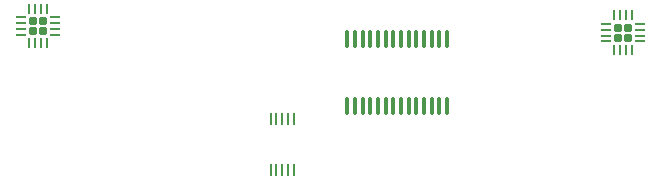
<source format=gbr>
%TF.GenerationSoftware,KiCad,Pcbnew,8.0.4*%
%TF.CreationDate,2025-03-05T00:33:19-06:00*%
%TF.ProjectId,hand_pcb,68616e64-5f70-4636-922e-6b696361645f,rev?*%
%TF.SameCoordinates,Original*%
%TF.FileFunction,Paste,Top*%
%TF.FilePolarity,Positive*%
%FSLAX46Y46*%
G04 Gerber Fmt 4.6, Leading zero omitted, Abs format (unit mm)*
G04 Created by KiCad (PCBNEW 8.0.4) date 2025-03-05 00:33:19*
%MOMM*%
%LPD*%
G01*
G04 APERTURE LIST*
G04 Aperture macros list*
%AMRoundRect*
0 Rectangle with rounded corners*
0 $1 Rounding radius*
0 $2 $3 $4 $5 $6 $7 $8 $9 X,Y pos of 4 corners*
0 Add a 4 corners polygon primitive as box body*
4,1,4,$2,$3,$4,$5,$6,$7,$8,$9,$2,$3,0*
0 Add four circle primitives for the rounded corners*
1,1,$1+$1,$2,$3*
1,1,$1+$1,$4,$5*
1,1,$1+$1,$6,$7*
1,1,$1+$1,$8,$9*
0 Add four rect primitives between the rounded corners*
20,1,$1+$1,$2,$3,$4,$5,0*
20,1,$1+$1,$4,$5,$6,$7,0*
20,1,$1+$1,$6,$7,$8,$9,0*
20,1,$1+$1,$8,$9,$2,$3,0*%
G04 Aperture macros list end*
%ADD10R,0.250000X1.100000*%
%ADD11RoundRect,0.170000X-0.170000X-0.170000X0.170000X-0.170000X0.170000X0.170000X-0.170000X0.170000X0*%
%ADD12RoundRect,0.062500X-0.355000X-0.062500X0.355000X-0.062500X0.355000X0.062500X-0.355000X0.062500X0*%
%ADD13RoundRect,0.062500X-0.062500X-0.355000X0.062500X-0.355000X0.062500X0.355000X-0.062500X0.355000X0*%
%ADD14RoundRect,0.170000X-0.170000X0.170000X-0.170000X-0.170000X0.170000X-0.170000X0.170000X0.170000X0*%
%ADD15RoundRect,0.062500X-0.062500X0.355000X-0.062500X-0.355000X0.062500X-0.355000X0.062500X0.355000X0*%
%ADD16RoundRect,0.062500X-0.355000X0.062500X-0.355000X-0.062500X0.355000X-0.062500X0.355000X0.062500X0*%
%ADD17RoundRect,0.100000X0.100000X-0.637500X0.100000X0.637500X-0.100000X0.637500X-0.100000X-0.637500X0*%
G04 APERTURE END LIST*
D10*
%TO.C,U3*%
X182949695Y-85350000D03*
X182449695Y-85350000D03*
X181949695Y-85350000D03*
X181449695Y-85350000D03*
X180949695Y-85350000D03*
X180949695Y-89650000D03*
X181449695Y-89650000D03*
X181949695Y-89650000D03*
X182449695Y-89650000D03*
X182949695Y-89650000D03*
%TD*%
D11*
%TO.C,U5*%
X210372500Y-77580000D03*
X210372500Y-78420000D03*
X211212500Y-77580000D03*
X211212500Y-78420000D03*
D12*
X209335000Y-77250000D03*
X209335000Y-77750000D03*
X209335000Y-78250000D03*
X209335000Y-78750000D03*
D13*
X210042500Y-79457500D03*
X210542500Y-79457500D03*
X211042500Y-79457500D03*
X211542500Y-79457500D03*
D12*
X212250000Y-78750000D03*
X212250000Y-78250000D03*
X212250000Y-77750000D03*
X212250000Y-77250000D03*
D13*
X211542500Y-76542500D03*
X211042500Y-76542500D03*
X210542500Y-76542500D03*
X210042500Y-76542500D03*
%TD*%
D14*
%TO.C,U4*%
X161670000Y-77037500D03*
X160830000Y-77037500D03*
X161670000Y-77877500D03*
X160830000Y-77877500D03*
D15*
X162000000Y-76000000D03*
X161500000Y-76000000D03*
X161000000Y-76000000D03*
X160500000Y-76000000D03*
D16*
X159792500Y-76707500D03*
X159792500Y-77207500D03*
X159792500Y-77707500D03*
X159792500Y-78207500D03*
D15*
X160500000Y-78915000D03*
X161000000Y-78915000D03*
X161500000Y-78915000D03*
X162000000Y-78915000D03*
D16*
X162707500Y-78207500D03*
X162707500Y-77707500D03*
X162707500Y-77207500D03*
X162707500Y-76707500D03*
%TD*%
D17*
%TO.C,U1*%
X187450000Y-84250000D03*
X188100000Y-84250000D03*
X188750000Y-84250000D03*
X189400000Y-84250000D03*
X190050000Y-84250000D03*
X190700000Y-84250000D03*
X191350000Y-84250000D03*
X192000000Y-84250000D03*
X192650000Y-84250000D03*
X193300000Y-84250000D03*
X193950000Y-84250000D03*
X194600000Y-84250000D03*
X195250000Y-84250000D03*
X195900000Y-84250000D03*
X195900000Y-78525000D03*
X195250000Y-78525000D03*
X194600000Y-78525000D03*
X193950000Y-78525000D03*
X193300000Y-78525000D03*
X192650000Y-78525000D03*
X192000000Y-78525000D03*
X191350000Y-78525000D03*
X190700000Y-78525000D03*
X190050000Y-78525000D03*
X189400000Y-78525000D03*
X188750000Y-78525000D03*
X188100000Y-78525000D03*
X187450000Y-78525000D03*
%TD*%
M02*

</source>
